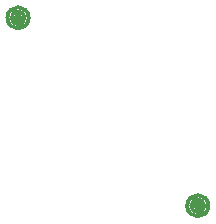
<source format=gbr>
G04 #@! TF.GenerationSoftware,KiCad,Pcbnew,6.99.0-unknown-70a038877e~161~ubuntu22.04.1*
G04 #@! TF.CreationDate,2023-01-18T15:13:39+00:00*
G04 #@! TF.ProjectId,MyBikesGotLED,4d794269-6b65-4734-976f-744c45442e6b,rev?*
G04 #@! TF.SameCoordinates,PX586a470PY296c010*
G04 #@! TF.FileFunction,Glue,Top*
G04 #@! TF.FilePolarity,Positive*
%FSLAX46Y46*%
G04 Gerber Fmt 4.6, Leading zero omitted, Abs format (unit mm)*
G04 Created by KiCad (PCBNEW 6.99.0-unknown-70a038877e~161~ubuntu22.04.1) date 2023-01-18 15:13:39*
%MOMM*%
%LPD*%
G01*
G04 APERTURE LIST*
%ADD10C,0.380000*%
G04 APERTURE END LIST*
D10*
X36612132Y-15926000D02*
G75*
G03*
X36612132Y-15926000I-212132J0D01*
G01*
X36950000Y-15926000D02*
G75*
G03*
X36950000Y-15926000I-550000J0D01*
G01*
X37300000Y-15926000D02*
G75*
G03*
X37300000Y-15926000I-900000J0D01*
G01*
X51832132Y-31836000D02*
G75*
G03*
X51832132Y-31836000I-212132J0D01*
G01*
X52170000Y-31836000D02*
G75*
G03*
X52170000Y-31836000I-550000J0D01*
G01*
X52520000Y-31836000D02*
G75*
G03*
X52520000Y-31836000I-900000J0D01*
G01*
M02*

</source>
